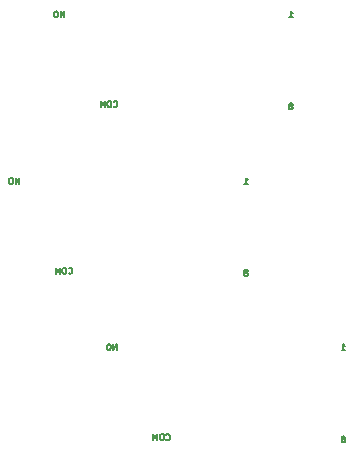
<source format=gbo>
G04 #@! TF.FileFunction,Legend,Bot*
%FSLAX46Y46*%
G04 Gerber Fmt 4.6, Leading zero omitted, Abs format (unit mm)*
G04 Created by KiCad (PCBNEW 4.0.2-4+6225~38~ubuntu14.04.1-stable) date Thu 05 Jan 2017 08:28:05 PM CET*
%MOMM*%
G01*
G04 APERTURE LIST*
%ADD10C,0.100000*%
%ADD11C,0.127000*%
G04 APERTURE END LIST*
D10*
D11*
X65741238Y-91806810D02*
X65741238Y-91298810D01*
X65450952Y-91806810D01*
X65450952Y-91298810D01*
X65112286Y-91298810D02*
X65015524Y-91298810D01*
X64967143Y-91323000D01*
X64918762Y-91371381D01*
X64894571Y-91468143D01*
X64894571Y-91637476D01*
X64918762Y-91734238D01*
X64967143Y-91782619D01*
X65015524Y-91806810D01*
X65112286Y-91806810D01*
X65160667Y-91782619D01*
X65209048Y-91734238D01*
X65233238Y-91637476D01*
X65233238Y-91468143D01*
X65209048Y-91371381D01*
X65160667Y-91323000D01*
X65112286Y-91298810D01*
X69929142Y-99358429D02*
X69953332Y-99382619D01*
X70025904Y-99406810D01*
X70074285Y-99406810D01*
X70146856Y-99382619D01*
X70195237Y-99334238D01*
X70219428Y-99285857D01*
X70243618Y-99189095D01*
X70243618Y-99116524D01*
X70219428Y-99019762D01*
X70195237Y-98971381D01*
X70146856Y-98923000D01*
X70074285Y-98898810D01*
X70025904Y-98898810D01*
X69953332Y-98923000D01*
X69929142Y-98947190D01*
X69614666Y-98898810D02*
X69517904Y-98898810D01*
X69469523Y-98923000D01*
X69421142Y-98971381D01*
X69396951Y-99068143D01*
X69396951Y-99237476D01*
X69421142Y-99334238D01*
X69469523Y-99382619D01*
X69517904Y-99406810D01*
X69614666Y-99406810D01*
X69663047Y-99382619D01*
X69711428Y-99334238D01*
X69735618Y-99237476D01*
X69735618Y-99068143D01*
X69711428Y-98971381D01*
X69663047Y-98923000D01*
X69614666Y-98898810D01*
X69179238Y-99406810D02*
X69179238Y-98898810D01*
X69009904Y-99261667D01*
X68840571Y-98898810D01*
X68840571Y-99406810D01*
X84978381Y-99316524D02*
X85026762Y-99292333D01*
X85050953Y-99268143D01*
X85075143Y-99219762D01*
X85075143Y-99195571D01*
X85050953Y-99147190D01*
X85026762Y-99123000D01*
X84978381Y-99098810D01*
X84881619Y-99098810D01*
X84833238Y-99123000D01*
X84809048Y-99147190D01*
X84784857Y-99195571D01*
X84784857Y-99219762D01*
X84809048Y-99268143D01*
X84833238Y-99292333D01*
X84881619Y-99316524D01*
X84978381Y-99316524D01*
X85026762Y-99340714D01*
X85050953Y-99364905D01*
X85075143Y-99413286D01*
X85075143Y-99510048D01*
X85050953Y-99558429D01*
X85026762Y-99582619D01*
X84978381Y-99606810D01*
X84881619Y-99606810D01*
X84833238Y-99582619D01*
X84809048Y-99558429D01*
X84784857Y-99510048D01*
X84784857Y-99413286D01*
X84809048Y-99364905D01*
X84833238Y-99340714D01*
X84881619Y-99316524D01*
X84784857Y-91806810D02*
X85075143Y-91806810D01*
X84930000Y-91806810D02*
X84930000Y-91298810D01*
X84978381Y-91371381D01*
X85026762Y-91419762D01*
X85075143Y-91443952D01*
X57486238Y-77709810D02*
X57486238Y-77201810D01*
X57195952Y-77709810D01*
X57195952Y-77201810D01*
X56857286Y-77201810D02*
X56760524Y-77201810D01*
X56712143Y-77226000D01*
X56663762Y-77274381D01*
X56639571Y-77371143D01*
X56639571Y-77540476D01*
X56663762Y-77637238D01*
X56712143Y-77685619D01*
X56760524Y-77709810D01*
X56857286Y-77709810D01*
X56905667Y-77685619D01*
X56954048Y-77637238D01*
X56978238Y-77540476D01*
X56978238Y-77371143D01*
X56954048Y-77274381D01*
X56905667Y-77226000D01*
X56857286Y-77201810D01*
X61674142Y-85261429D02*
X61698332Y-85285619D01*
X61770904Y-85309810D01*
X61819285Y-85309810D01*
X61891856Y-85285619D01*
X61940237Y-85237238D01*
X61964428Y-85188857D01*
X61988618Y-85092095D01*
X61988618Y-85019524D01*
X61964428Y-84922762D01*
X61940237Y-84874381D01*
X61891856Y-84826000D01*
X61819285Y-84801810D01*
X61770904Y-84801810D01*
X61698332Y-84826000D01*
X61674142Y-84850190D01*
X61359666Y-84801810D02*
X61262904Y-84801810D01*
X61214523Y-84826000D01*
X61166142Y-84874381D01*
X61141951Y-84971143D01*
X61141951Y-85140476D01*
X61166142Y-85237238D01*
X61214523Y-85285619D01*
X61262904Y-85309810D01*
X61359666Y-85309810D01*
X61408047Y-85285619D01*
X61456428Y-85237238D01*
X61480618Y-85140476D01*
X61480618Y-84971143D01*
X61456428Y-84874381D01*
X61408047Y-84826000D01*
X61359666Y-84801810D01*
X60924238Y-85309810D02*
X60924238Y-84801810D01*
X60754904Y-85164667D01*
X60585571Y-84801810D01*
X60585571Y-85309810D01*
X76723381Y-85219524D02*
X76771762Y-85195333D01*
X76795953Y-85171143D01*
X76820143Y-85122762D01*
X76820143Y-85098571D01*
X76795953Y-85050190D01*
X76771762Y-85026000D01*
X76723381Y-85001810D01*
X76626619Y-85001810D01*
X76578238Y-85026000D01*
X76554048Y-85050190D01*
X76529857Y-85098571D01*
X76529857Y-85122762D01*
X76554048Y-85171143D01*
X76578238Y-85195333D01*
X76626619Y-85219524D01*
X76723381Y-85219524D01*
X76771762Y-85243714D01*
X76795953Y-85267905D01*
X76820143Y-85316286D01*
X76820143Y-85413048D01*
X76795953Y-85461429D01*
X76771762Y-85485619D01*
X76723381Y-85509810D01*
X76626619Y-85509810D01*
X76578238Y-85485619D01*
X76554048Y-85461429D01*
X76529857Y-85413048D01*
X76529857Y-85316286D01*
X76554048Y-85267905D01*
X76578238Y-85243714D01*
X76626619Y-85219524D01*
X76529857Y-77709810D02*
X76820143Y-77709810D01*
X76675000Y-77709810D02*
X76675000Y-77201810D01*
X76723381Y-77274381D01*
X76771762Y-77322762D01*
X76820143Y-77346952D01*
X61296238Y-63612810D02*
X61296238Y-63104810D01*
X61005952Y-63612810D01*
X61005952Y-63104810D01*
X60667286Y-63104810D02*
X60570524Y-63104810D01*
X60522143Y-63129000D01*
X60473762Y-63177381D01*
X60449571Y-63274143D01*
X60449571Y-63443476D01*
X60473762Y-63540238D01*
X60522143Y-63588619D01*
X60570524Y-63612810D01*
X60667286Y-63612810D01*
X60715667Y-63588619D01*
X60764048Y-63540238D01*
X60788238Y-63443476D01*
X60788238Y-63274143D01*
X60764048Y-63177381D01*
X60715667Y-63129000D01*
X60667286Y-63104810D01*
X65484142Y-71164429D02*
X65508332Y-71188619D01*
X65580904Y-71212810D01*
X65629285Y-71212810D01*
X65701856Y-71188619D01*
X65750237Y-71140238D01*
X65774428Y-71091857D01*
X65798618Y-70995095D01*
X65798618Y-70922524D01*
X65774428Y-70825762D01*
X65750237Y-70777381D01*
X65701856Y-70729000D01*
X65629285Y-70704810D01*
X65580904Y-70704810D01*
X65508332Y-70729000D01*
X65484142Y-70753190D01*
X65169666Y-70704810D02*
X65072904Y-70704810D01*
X65024523Y-70729000D01*
X64976142Y-70777381D01*
X64951951Y-70874143D01*
X64951951Y-71043476D01*
X64976142Y-71140238D01*
X65024523Y-71188619D01*
X65072904Y-71212810D01*
X65169666Y-71212810D01*
X65218047Y-71188619D01*
X65266428Y-71140238D01*
X65290618Y-71043476D01*
X65290618Y-70874143D01*
X65266428Y-70777381D01*
X65218047Y-70729000D01*
X65169666Y-70704810D01*
X64734238Y-71212810D02*
X64734238Y-70704810D01*
X64564904Y-71067667D01*
X64395571Y-70704810D01*
X64395571Y-71212810D01*
X80533381Y-71122524D02*
X80581762Y-71098333D01*
X80605953Y-71074143D01*
X80630143Y-71025762D01*
X80630143Y-71001571D01*
X80605953Y-70953190D01*
X80581762Y-70929000D01*
X80533381Y-70904810D01*
X80436619Y-70904810D01*
X80388238Y-70929000D01*
X80364048Y-70953190D01*
X80339857Y-71001571D01*
X80339857Y-71025762D01*
X80364048Y-71074143D01*
X80388238Y-71098333D01*
X80436619Y-71122524D01*
X80533381Y-71122524D01*
X80581762Y-71146714D01*
X80605953Y-71170905D01*
X80630143Y-71219286D01*
X80630143Y-71316048D01*
X80605953Y-71364429D01*
X80581762Y-71388619D01*
X80533381Y-71412810D01*
X80436619Y-71412810D01*
X80388238Y-71388619D01*
X80364048Y-71364429D01*
X80339857Y-71316048D01*
X80339857Y-71219286D01*
X80364048Y-71170905D01*
X80388238Y-71146714D01*
X80436619Y-71122524D01*
X80339857Y-63612810D02*
X80630143Y-63612810D01*
X80485000Y-63612810D02*
X80485000Y-63104810D01*
X80533381Y-63177381D01*
X80581762Y-63225762D01*
X80630143Y-63249952D01*
M02*

</source>
